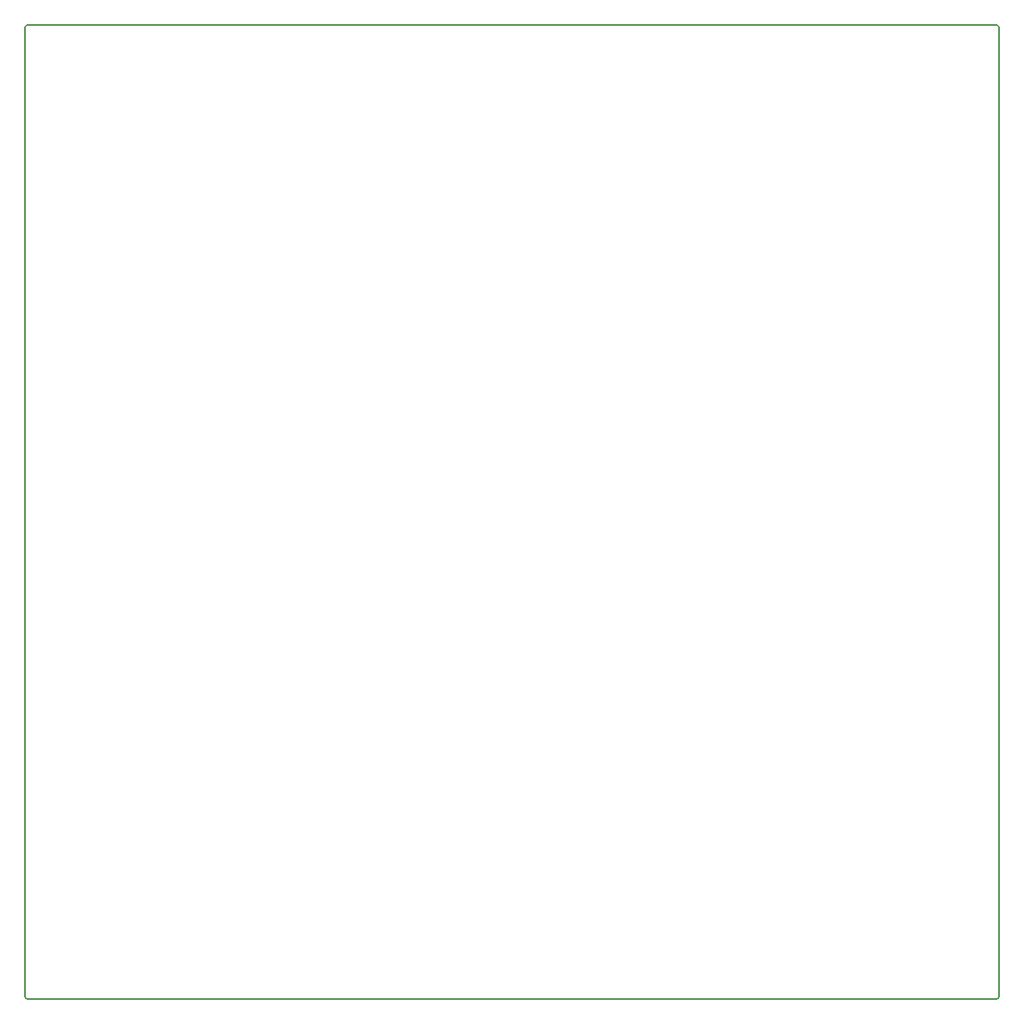
<source format=gko>
G04*
G04 #@! TF.GenerationSoftware,Altium Limited,Altium Designer,23.8.1 (32)*
G04*
G04 Layer_Color=16711935*
%FSLAX25Y25*%
%MOIN*%
G70*
G04*
G04 #@! TF.SameCoordinates,D6E9CDF8-AAC3-469D-917B-50C59DE8B454*
G04*
G04*
G04 #@! TF.FilePolarity,Positive*
G04*
G01*
G75*
%ADD39C,0.00709*%
D39*
X487264Y539264D02*
X486971Y539971D01*
X486264Y540264D01*
Y150500D02*
X486971Y150793D01*
X487264Y151500D01*
X98500Y540264D02*
X97793Y539971D01*
X97500Y539264D01*
Y151500D02*
X97793Y150793D01*
X98500Y150500D01*
X486264D01*
X98500Y540264D02*
X486264D01*
X487264Y151500D02*
Y539264D01*
X97500Y151500D02*
Y539264D01*
M02*

</source>
